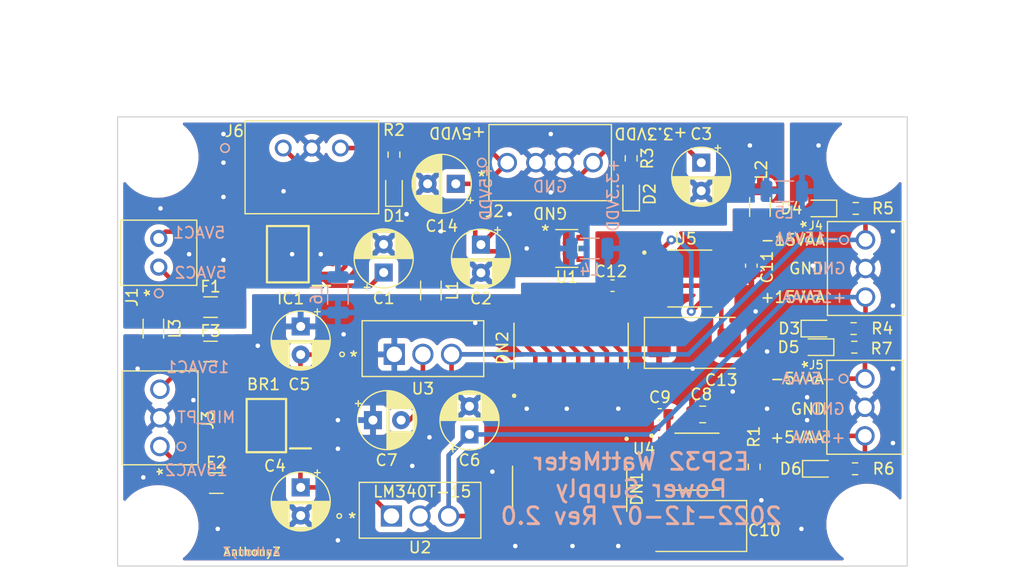
<source format=kicad_pcb>
(kicad_pcb (version 20211014) (generator pcbnew)
  (layers (0 "F.Cu" signal) (31 "B.Cu" signal) (34 "B.Paste" user) (35 "F.Paste" user) (36 "B.SilkS" user "B.Silkscreen") (37 "F.SilkS" user "F.Silkscreen") (38 "B.Mask" user) (39 "F.Mask" user) (44 "Edge.Cuts" user))
  (net 0 "")
  (net 1 "Net-(IC1-Pad3)")
  (net 2 "Net-(D3-Pad2)")
  (net 3 "GNDD")
  (net 4 "/+5VDD")
  (net 6 "/+3.3VDD")
  (net 7 "Net-(C1-Pad1)")
  (net 8 "Net-(BR1-Pad2)")
  (net 9 "Net-(BR1-Pad3)")
  (net 10 "Net-(BR1-Pad4)")
  (net 11 "GNDA")
  (net 12 "Net-(DN1-Pad16)")
  (net 13 "Net-(DN1-Pad15)")
  (net 14 "Net-(DN1-Pad14)")
  (net 15 "Net-(DN1-Pad13)")
  (net 16 "Net-(DN1-Pad12)")
  (net 17 "Net-(DN1-Pad11)")
  (net 18 "Net-(DN1-Pad10)")
  (net 19 "Net-(DN2-Pad16)")
  (net 20 "Net-(DN2-Pad15)")
  (net 21 "Net-(DN2-Pad14)")
  (net 22 "Net-(DN2-Pad13)")
  (net 23 "Net-(DN2-Pad12)")
  (net 24 "Net-(DN2-Pad11)")
  (net 25 "Net-(DN2-Pad10)")
  (net 26 "/+15VAA")
  (net 27 "/-15VAA")
  (net 28 "/+9VAA")
  (net 29 "/-9VAA")
  (net 30 "/+5VAA")
  (net 31 "/-5VAA")
  (net 32 "Net-(BR1-Pad1)")
  (net 33 "Net-(C9-Pad1)")
  (net 34 "Net-(C11-Pad2)")
  (net 35 "Net-(R1-Pad2)")
  (net 36 "Net-(D4-Pad1)")
  (net 37 "Net-(F1-Pad1)")
  (net 38 "Net-(F1-Pad2)")
  (net 39 "Net-(D1-Pad2)")
  (net 40 "Net-(D2-Pad2)")
  (net 41 "Net-(F2-Pad1)")
  (net 42 "Net-(F3-Pad1)")
  (net 43 "Net-(D5-Pad1)")
  (net 44 "Net-(D6-Pad2)")
  (footprint "MountingHole:MountingHole_3.2mm_M3" (layer "F.Cu") (at 61.722 64.516)
    (fp_text reference "H1" hide)
    (fp_text value "MountingHole")
  )
  (footprint "Capacitor_THT:CP_Radial_D5.0mm_P2.50mm" (layer "F.Cu") (at 74.422 93.853 -90)
    (fp_text reference "C4")
    (fp_text value "C_Polarized")
  )
  (footprint "LED_SMD:LED_0603_1608Metric" (layer "F.Cu") (at 120.459 92.202)
    (fp_text reference "D6")
    (fp_text value "LED")
  )
  (footprint "Resistor_SMD:R_0603_1608Metric" (layer "F.Cu") (at 103.759 64.643 -90)
    (fp_text reference "R3")
    (fp_text value "R_US")
  )
  (footprint "Inductor_SMD:L_1206_3216Metric" (layer "F.Cu") (at 61.341 79.756 -90)
    (fp_text reference "L3")
    (fp_text value "INDUCTOR")
  )
  (footprint "Inductor_SMD:L_1206_3216Metric" (layer "F.Cu") (at 85.979 76.378 -90)
    (fp_text reference "L1")
    (fp_text value "INDUCTOR")
  )
  (footprint "Resistor_SMD:R_0603_1608Metric" (layer "F.Cu") (at 82.7024 64.3128 -90)
    (fp_text reference "R2")
    (fp_text value "R_US")
  )
  (footprint "Resistor_SMD:R_0603_1608Metric" (layer "F.Cu") (at 123.698 69.088 180)
    (fp_text reference "R5")
    (fp_text value "R_US")
  )
  (footprint "282834-2_FP:282834-2" (layer "F.Cu") (at 61.8236 74.295 90)
    (fp_text reference "J1")
    (fp_text value "282834-2" hide)
  )
  (footprint "AP2112K-3-3TRG1_FP:AP2112K-3.3TRG1" (layer "F.Cu") (at 98.044 72.644)
    (fp_text reference "U1")
    (fp_text value "AP2112K-3.3TRG1" hide)
  )
  (footprint "Capacitor_THT:CP_Radial_D5.0mm_P2.50mm" (layer "F.Cu") (at 80.836888 87.884)
    (fp_text reference "C7")
    (fp_text value "C_Polarized")
  )
  (footprint "282834-3_FP:282834-3" (layer "F.Cu") (at 61.9252 90.2208 90)
    (fp_text reference "J3")
    (fp_text value "282834-3" hide)
  )
  (footprint "282834-3_FP:282834-3" (layer "F.Cu") (at 124.5616 71.882 -90)
    (fp_text reference "J4")
    (fp_text value "282834-3" hide)
  )
  (footprint "Resistor_SMD:R_0603_1608Metric" (layer "F.Cu") (at 123.507 79.756 180)
    (fp_text reference "R4")
    (fp_text value "R_US")
  )
  (footprint "MountingHole:MountingHole_3.2mm_M3" (layer "F.Cu") (at 124.714 64.516)
    (fp_text reference "H4" hide)
    (fp_text value "MountingHole")
  )
  (footprint "Capacitor_Tantalum_SMD:CP_EIA-7343-15_Kemet-W" (layer "F.Cu") (at 109.347 81.026)
    (fp_text reference "C13")
    (fp_text value "4.7uF")
  )
  (footprint "Fuse:Fuse_1206_3216Metric" (layer "F.Cu") (at 66.421 77.851)
    (fp_text reference "F1")
    (fp_text value "3A")
  )
  (footprint "Capacitor_THT:CP_Radial_D5.0mm_P2.50mm" (layer "F.Cu") (at 109.982 65.024 -90)
    (fp_text reference "C3")
    (fp_text value "C_Polarized")
  )
  (footprint "Resistor_SMD:R_0603_1608Metric" (layer "F.Cu") (at 114.681 92.0242 90)
    (fp_text reference "R1")
    (fp_text value "300k")
  )
  (footprint "Capacitor_Tantalum_SMD:CP_EIA-7343-15_Kemet-W" (layer "F.Cu") (at 109.601 97.282 180)
    (fp_text reference "C10")
    (fp_text value "4.7uF")
  )
  (footprint "LED_SMD:LED_0603_1608Metric" (layer "F.Cu") (at 120.523 69.088 180)
    (fp_text reference "D4")
    (fp_text value "LED")
  )
  (footprint "Capacitor_SMD:C_0805_2012Metric" (layer "F.Cu") (at 110.109 87.376 180)
    (fp_text reference "C8")
    (fp_text value "2.2uF")
  )
  (footprint "Capacitor_THT:CP_Radial_D5.0mm_P2.50mm" (layer "F.Cu") (at 88.1888 66.9036 180)
    (fp_text reference "C14")
    (fp_text value "C_Polarized")
  )
  (footprint "Capacitor_THT:CP_Radial_D5.0mm_P2.50mm" (layer "F.Cu") (at 74.422 79.566888 -90)
    (fp_text reference "C5")
    (fp_text value "C_Polarized")
  )
  (footprint "Fuse:Fuse_1206_3216Metric" (layer "F.Cu") (at 66.929 93.472)
    (fp_text reference "F2")
    (fp_text value "0.3A")
  )
  (footprint "LED_SMD:LED_0603_1608Metric" (layer "F.Cu") (at 82.7024 67.4116 90)
    (fp_text reference "D1")
    (fp_text value "LED")
  )
  (footprint "UCC384DP-5_FP:SOIC127P599X175-8N" (layer "F.Cu") (at 108.967 75.311)
    (fp_text reference "U5")
    (fp_text value "UCC384DP-5")
  )
  (footprint "Capacitor_SMD:C_0603_1608Metric" (layer "F.Cu") (at 106.299 87.376 180)
    (fp_text reference "C9")
    (fp_text value "0.01")
  )
  (footprint "LP2989IMX-5_FP:SOIC127P599X175-8N" (layer "F.Cu") (at 109.602 91.567)
    (fp_text reference "U4")
    (fp_text value "LP2989IMX-5.0/NOPB")
  )
  (footprint "MountingHole:MountingHole_3.2mm_M3" (layer "F.Cu") (at 124.714 97.155)
    (fp_text reference "H3" hide)
    (fp_text value "MountingHole")
  )
  (footprint "S16-4148E3_TR7u_FP:SOIC127P599X195-16N" (layer "F.Cu") (at 98.425 81.28 90)
    (fp_text reference "DN2")
    (fp_text value "S16-4148E3/TR7")
  )
  (footprint "Inductor_SMD:L_1206_3216Metric" (layer "F.Cu") (at 115.189 68.961 -90)
    (fp_text reference "L2")
    (fp_text value "INDUCTOR")
  )
  (footprint "Capacitor_THT:CP_Radial_D5.0mm_P2.50mm" (layer "F.Cu") (at 90.424 72.303 -90)
    (fp_text reference "C2")
    (fp_text value "C_Polarized")
  )
  (footprint "LED_SMD:LED_0603_1608Metric" (layer "F.Cu") (at 120.332 79.756)
    (fp_text reference "D3")
    (fp_text value "LED" hide)
  )
  (footprint "KMB28STR_FP:SOP250P700X290-4N" (layer "F.Cu") (at 71.374 88.367112 180)
    (fp_text reference "BR1")
    (fp_text value "KMB28STR" hide)
  )
  (footprint "LED_SMD:LED_0603_1608Metric" (layer "F.Cu") (at 120.269 81.407 180)
    (fp_text reference "D5")
    (fp_text value "LED")
  )
  (footprint "S16-4148E3_TR7u_FP:SOIC127P599X195-16N" (layer "F.Cu") (at 98.298 93.98 -90)
    (fp_text reference "DN1")
    (fp_text value "S16-4148E3/TR7" hide)
  )
  (footprint "Resistor_SMD:R_0603_1608Metric" (layer "F.Cu") (at 123.571 81.407 180)
    (fp_text reference "R7")
    (fp_text value "R_US")
  )
  (footprint "Capacitor_SMD:C_0603_1608Metric" (layer "F.Cu") (at 114.427 74.168 90)
    (fp_text reference "C11")
    (fp_text value "0.01")
  )
  (footprint "VR10S05:VR10S05" (layer "F.Cu") (at 72.8726 63.7297)
    (fp_text reference "J6")
    (fp_text value "VR10S05" hide)
  )
  (footprint "282834-3_FP:282834-3" (layer "F.Cu") (at 124.511 84.201 -90)
    (fp_text reference "J5")
    (fp_text value "282834-3" hide)
  )
  (footprint "LM320T-15-NOPB_FP:LM320T-15&slash_NOPB" (layer "F.Cu") (at 82.7326 82.042)
    (fp_text reference "U3")
    (fp_text value "LM320T-15/NOPB" hide)
  )
  (footprint "Capacitor_SMD:C_0603_1608Metric" (layer "F.Cu") (at 102.108 75.946 180)
    (fp_text reference "C12")
    (fp_text value "1.0")
  )
  (footprint "LM340T-15_FP:LM340T-15" (layer "F.Cu") (at 82.4786 96.393)
    (fp_text reference "U2")
    (fp_text value "LM340T-15")
  )
  (footprint "MountingHole:MountingHole_3.2mm_M3" (layer "F.Cu") (at 61.722 97.282)
    (fp_text reference "H2" hide)
    (fp_text value "MountingHole")
  )
  (footprint "Resistor_SMD:R_0603_1608Metric" (layer "F.Cu") (at 123.634 92.202 180)
    (fp_text reference "R6")
    (fp_text value "R_US")
  )
  (footprint "Capacitor_THT:CP_Radial_D5.0mm_P2.50mm" (layer "F.Cu") (at 89.408 89.154 90)
    (fp_text reference "C6")
    (fp_text value "C_Polarized")
  )
  (footprint "LED_SMD:LED_0603_1608Metric" (layer "F.Cu") (at 103.759 67.818 90)
    (fp_text reference "D2")
    (fp_text value "LED")
  )
  (footprint "Fuse:Fuse_1206_3216Metric" (layer "F.Cu") (at 66.421 81.788)
    (fp_text reference "F3")
    (fp_text value "0.3A")
  )
  (footprint "Capacitor_THT:CP_Radial_D5.0mm_P2.50mm" (layer "F.Cu") (at 81.788 74.778112 90)
    (fp_text reference "C1")
    (fp_text value "C_Polarized")
  )
  (footprint "282834-4_FP:282834-4" (layer "F.Cu") (at 92.7608 65.024)
    (fp_text reference "J2")
    (fp_text value "282834-4" hide)
  )
  (footprint "TS360ILS_R1_00001_FP:SOP400P650X145-4N" (layer "F.Cu") (at 73.279 73.152 180)
    (fp_text reference "IC1")
    (fp_text value "TS360ILS_R1_00001" hide)
  )
  (footprint "Inductor_SMD:L_1206_3216Metric" (layer "B.Cu") (at 77.724 76.759 -90)
    (fp_text reference "L6")
    (fp_text value "INDUCTOR")
  )
  (footprint "Inductor_SMD:L_1206_3216Metric" (layer "B.Cu") (at 117.348 67.564)
    (fp_text reference "L5")
    (fp_text value "INDUCTOR")
  )
  (footprint "Inductor_SMD:L_1206_3216Metric" (layer "B.Cu") (at 100.076 72.644)
    (fp_text reference "L4")
    (fp_text value "INDUCTOR")
  )
  (gr_rect (start 58.166 60.96) (end 128.27 100.838) (layer "Edge.Cuts") (width 0.1) (fill none))
  (gr_text "-5VAA" (at 119.507 84.201) (layer "B.SilkS") (effects (font (size 1 1)) (justify mirror)))
  (gr_text "GND" (at 121.2088 86.8934) (layer "B.SilkS") (effects (font (size 1 1)) (justify mirror)))
  (gr_text "+15VAA" (at 120.015 76.962) (layer "B.SilkS") (effects (font (size 1 1)) (justify mirror)))
  (gr_text "+5VAA" (at 120.396 89.408) (layer "B.SilkS") (effects (font (size 1 1)) (justify mirror)))
  (gr_text "5VAC1" (at 65.405 71.247) (layer "B.SilkS") (effects (font (size 1 1)) (justify mirror)))
  (gr_text "-15VAA" (at 119.38 71.755) (layer "B.SilkS") (effects (font (size 1 1)) (justify mirror)))
  (gr_text "15VAC2" (at 65.151 92.329) (layer "B.SilkS") (effects (font (size 1 1)) (justify mirror)))
  (gr_text "15VAC1" (at 65.278 83.185) (layer "B.SilkS") (effects (font (size 1 1)) (justify mirror)))
  (gr_text "GND" (at 121.285 74.422) (layer "B.SilkS") (effects (font (size 1 1)) (justify mirror)))
  (gr_text "+5VDD" (at 90.8812 67.6656 90) (layer "B.SilkS") (effects (font (size 1 1)) (justify mirror)))
  (gr_text "MID_PT" (at 66.04 87.63) (layer "B.SilkS") (effects (font (size 1 1)) (justify mirror)))
  (gr_text "ESP32 WattMeter\nPower Supply\n2022-12-07 Rev 2.0" (at 104.648 93.98) (layer "B.SilkS") (effects (font (size 1.5 1.5) (thickness 0.25)) (justify mirror)))
  (gr_text "+3.3VDD" (at 102.1588 67.9196 90) (layer "B.SilkS") (effects (font (size 1 1)) (justify mirror)))
  (gr_text "AnthonyZ" (at 70.0532 99.568) (layer "B.SilkS") (effects (font (size 0.75 0.75) (thickness 0.12)) (justify mirror)))
  (gr_text "GND" (at 96.5708 67.1576) (layer "B.SilkS") (effects (font (size 1 1)) (justify mirror)))
  (gr_text "5VAC2" (at 65.532 74.803) (layer "B.SilkS") (effects (font (size 1 1)) (justify mirror)))
  (gr_text "+15VAA" (at 118.11 76.962) (layer "F.SilkS") (effects (font (size 1 1))))
  (gr_text "-15VAA" (at 118.11 71.882) (layer "F.SilkS") (effects (font (size 1 1))))
  (gr_text "GND" (at 119.4562 86.8934) (layer "F.SilkS") (effects (font (size 1 1))))
  (gr_text "GND" (at 96.5708 69.4944 180) (layer "F.SilkS") (effects (font (size 1 1))))
  (gr_text "GND" (at 119.3038 74.422) (layer "F.SilkS") (effects (font (size 1 1))))
  (gr_text "AnthonyZ" (at 70.104 99.568) (layer "F.SilkS") (effects (font (size 0.75 0.75) (thickness 0.12))))
  (gr_text "+3.3VDD" (at 105.5116 62.4332 180) (layer "F.SilkS") (effects (font (size 1 1))))
  (gr_text "-5VAA" (at 118.491 84.201) (layer "F.SilkS") (effects (font (size 1 1))))
  (gr_text "+5VAA" (at 118.491 89.408) (layer "F.SilkS") (effects (font (size 1 1))))
  (gr_text "+5VDD" (at 88.3412 62.3824 180) (layer "F.SilkS") (effects (font (size 1 1))))
  (segment (start 62.4266 71.152) (end 61.8236 71.755) (width 0.4064) (layer "F.Cu") (net 1))
  (segment (start 70.304 71.152) (end 62.4266 71.152) (width 0.4064) (layer "F.Cu") (net 1))
  (segment (start 121.1195 79.756) (end 122.682 79.756) (width 0.4064) (layer "F.Cu") (net 2))
  (via (at 72.898 67.564) (size 0.8) (drill 0.4) (layers "F.Cu" "B.Cu") (net 3))
  (via (at 96.6216 67.6656) (size 0.8) (drill 0.4) (layers "F.Cu" "B.Cu") (net 3))
  (via (at 67.564 62.484) (size 0.8) (drill 0.4) (layers "F.Cu" "B.Cu") (net 3))
  (via (at 83.82 69.596) (size 0.8) (drill 0.4) (layers "F.Cu" "B.Cu") (net 3))
  (via (at 114.3 63.5) (size 0.8) (drill 0.4) (layers "F.Cu" "B.Cu") (net 3))
  (via (at 76.2 73.152) (size 0.8) (drill 0.4) (layers "F.Cu" "B.Cu") (net 3))
  (via (at 67.564 65.024) (size 0.8) (drill 0.4) (layers "F.Cu" "B.Cu") (net 3))
  (via (at 92.964 69.596) (size 0.8) (drill 0.4) (layers "F.Cu" "B.Cu") (net 3))
  (via (at 73.66 73.152) (size 0.8) (drill 0.4) (layers "F.Cu" "B.Cu") (net 3))
  (via (at 64.516 73.152) (size 0.8) (drill 0.4) (layers "F.Cu" "B.Cu") (net 3))
  (via (at 67.564 68.072) (size 0.8) (drill 0.4) (layers "F.Cu" "B.Cu") (net 3))
  (via (at 96.6216 62.484) (size 0.8) (drill 0.4) (layers "F.Cu" "B.Cu") (net 3))
  (via (at 86.868 71.12) (size 0.8) (drill 0.4) (layers "F.Cu" "B.Cu") (net 3))
  (via (at 67.564 73.66) (size 0.8) (drill 0.4) (layers "F.Cu" "B.Cu") (net 3))
  (via (at 61.976 69.088) (size 0.8) (drill 0.4) (layers "F.Cu" "B.Cu") (net 3))
  (via (at 94.488 72.644) (size 0.8) (drill 0.4) (layers "F.Cu" "B.Cu") (net 3))
  (segment (start 88.1888 66.9036) (end 90.8812 66.9036) (width 0.4064) (layer "F.Cu") (net 4))
  (segment (start 91.567 66.2178) (end 91.567 68.199) (width 0.4064) (layer "F.Cu") (net 4))
  (segment (start 96.69145 71.693999) (end 96.117451 71.12) (width 0.4064) (layer "F.Cu") (net 4))
  (segment (start 82.7024 63.4878) (end 82.7532 63.437) (width 0.4064) (layer "F.Cu") (net 4))
  (segment (start 90.8812 66.9036) (end 92.7608 65.024) (width 0.4064) (layer "F.Cu") (net 4))
  (segment (start 89.916 71.795) (end 90.424 72.303) (width 0.4064) (layer "F.Cu") (net 4))
  (segment (start 82.9685 63.7297) (end 82.7266 63.4878) (width 0.25) (layer "F.Cu") (net 4))
  (segment (start 96.117451 74.168) (end 93.472 74.168) (width 0.4064) (layer "F.Cu") (net 4))
  (segment (start 89.916 69.85) (end 89.916 71.795) (width 0.4064) (layer "F.Cu") (net 4))
  (segment (start 91.019 72.898) (end 90.424 72.303) (width 0.4064) (layer "F.Cu") (net 4))
  (segment (start 96.117451 71.12) (end 91.607 71.12) (width 0.4064) (layer "F.Cu") (net 4))
  (segment (start 93.472 74.168) (end 92.202 72.898) (width 0.4064) (layer "F.Cu") (net 4))
  (segment (start 91.567 68.199) (end 89.916 69.85) (width 0.4064) (layer "F.Cu") (net 4))
  (segment (start 96.69145 73.594001) (end 96.117451 74.168) (width 0.4064) (layer "F.Cu") (net 4))
  (segment (start 92.202 72.898) (end 91.019 72.898) (width 0.4064) (layer "F.Cu") (net 4))
  (segment (start 90.742 63.437) (end 92.329 65.024) (width 0.4064) (layer "F.Cu") (net 4))
  (segment (start 92.7608 65.024) (end 91.567 66.2178) (width 0.4064) (layer "F.Cu") (net 4))
  (segment (start 82.7532 63.437) (end 90.742 63.437) (width 0.4064) (layer "F.Cu") (net 4))
  (segment (start 91.607 71.12) (end 90.424 72.303) (width 0.4064) (layer "F.Cu") (net 4))
  (segment (start 77.9526 63.7297) (end 82.9685 63.7297) (width 0.4064) (layer "F.Cu") (net 4))
  (segment (start 82.7266 63.4878) (end 82.7024 63.4878) (width 0.25) (layer "F.Cu") (net 4))
  (segment (start 92.329 65.024) (end 92.7608 65.024) (width 0.4064) (layer "F.Cu") (net 4))
  (segment (start 101.5868 63.818) (end 103.759 63.818) (width 0.4064) (layer "F.Cu") (net 6))
  (segment (start 99.187 68.834) (end 99.187 66.2178) (width 0.4064) (layer "F.Cu") (net 6))
  (segment (start 99.39655 71.693999) (end 99.39655 69.04355) (width 0.4064) (layer "F.Cu") (net 6))
  (segment (start 103.759 63.818) (end 108.776 63.818) (width 0.4064) (layer "F.Cu") (net 6))
  (segment (start 108.776 63.818) (end 109.982 65.024) (width 0.4064) (layer "F.Cu") (net 6))
  (segment (start 99.187 66.2178) (end 100.3808 65.024) (width 0.4064) (layer "F.Cu") (net 6))
  (segment (start 100.3808 65.024) (end 101.5868 63.818) (width 0.4064) (layer "F.Cu") (net 6))
  (segment (start 99.39655 69.04355) (end 99.187 68.834) (width 0.4064) (layer "F.Cu") (net 6))
  (segment (start 78.3844 69.2415) (end 72.8726 63.7297) (width 0.4064) (layer "F.Cu") (net 7))
  (segment (start 76.254 75.152) (end 77.048 75.946) (width 0.4064) (layer "F.Cu") (net 7))
  (segment (start 78.3844 74.2188) (end 78.3844 69.2415) (width 0.4064) (layer "F.Cu") (net 7))
  (segment (start 77.048 75.946) (end 80.620112 75.946) (width 0.4064) (layer "F.Cu") (net 7))
  (segment (start 76.254 75.152) (end 77.4512 75.152) (width 0.4064) (layer "F.Cu") (net 7))
  (segment (start 77.4512 75.152) (end 78.3844 74.2188) (width 0.4064) (layer "F.Cu") (net 7))
  (segment (start 80.620112 75.946) (end 81.788 74.778112) (width 0.4064) (layer "F.Cu") (net 7))
  (segment (start 75.843888 82.066888) (end 74.422 82.066888) (width 0.4064) (layer "F.Cu") (net 8))
  (segment (start 84.455 84.328) (end 78.105 84.328) (width 0.4064) (layer "F.Cu") (net 8))
  (segment (start 78.105 84.328) (end 75.843888 82.066888) (width 0.4064) (layer "F.Cu") (net 8))
  (segment (start 85.2726 82.042) (end 85.2726 83.5104) (width 0.4064) (layer "F.Cu") (net 8))
  (segment (start 74.399 82.089888) (end 74.422 82.066888) (width 0.4064) (layer "F.Cu") (net 8))
  (segment (start 74.399 87.117112) (end 74.399 82.089888) (width 0.4064) (layer "F.Cu") (net 8))
  (segment (start 85.2726 83.5104) (end 84.455 84.328) (width 0.4064) (layer "F.Cu") (net 8))
  (segment (start 68.349 82.316) (end 67.821 81.788) (width 0.4064) (layer "F.Cu") (net 9))
  (segment (start 68.349 87.117112) (end 68.349 82.316) (width 0.4064) (layer "F.Cu") (net 9))
  (segment (start 68.349 93.452) (end 68.329 93.472) (width 0.4064) (layer "F.Cu") (net 10))
  (segment (start 68.349 89.617112) (end 68.349 93.452) (width 0.4064) (layer "F.Cu") (net 10))
  (via (at 127 71.12) (size 0.8) (drill 0.4) (layers "F.Cu" "B.Cu") (net 11))
  (via (at 84.328 91.948) (size 0.8) (drill 0.4) (layers "F.Cu" "B.Cu") (net 11))
  (via (at 89.916 79.248) (size 0.8) (drill 0.4) (layers "F.Cu" "B.Cu") (net 11))
  (via (at 120.396 63.5) (size 0.8) (drill 0.4) (layers "F.Cu" "B.Cu") (net 11))
  (via (at 60.452 92.964) (size 0.8) (drill 0.4) (layers "F.Cu" "B.Cu") (net 11))
  (via (at 127 77.724) (size 0.8) (drill 0.4) (layers "F.Cu" "B.Cu") (net 11))
  (via (at 119.38 87.884) (size 0.8) (drill 0.4) (layers "F.Cu" "B.Cu") (net 11))
  (via (at 64.897 86.106) (size 0.8) (drill 0.4) (layers "F.Cu" "B.Cu") (net 11))
  (via (at 115.824 81.788) (size 0.8) (drill 0.4) (layers "F.Cu" "B.Cu") (net 11))
  (via (at 94.488 86.868) (size 0.8) (drill 0.4) (layers "F.Cu" "B.Cu") (net 11))
  (via (at 77.724 87.884) (size 0.8) (drill 0.4) (layers "F.Cu" "B.Cu") (net 11))
  (via (at 98.044 86.868) (size 0.8) (drill 0.4) (layers "F.Cu" "B.Cu") (net 11))
  (via (at 114.808 78.232) (size 0.8) (drill 0.4) (layers "F.Cu" "B.Cu") (net 11))
  (via (at 112.776 85.344) (size 0.8) (drill 0.4) (layers "F.Cu" "B.Cu") (net 11))
  (via (at 85.852 89.408) (size 0.8) (drill 0.4) (layers "F.Cu" "B.Cu") (net 11))
  (via (at 91.44 92.456) (size 0.8) (drill 0.4) (layers "F.Cu" "B.Cu") (net 11))
  (via (at 78.232 80.264) (size 0.8) (drill 0.4) (layers "F.Cu" "B.Cu") (net 11))
  (via (at 77.724 90.424) (size 0.8) (drill 0.4) (layers "F.Cu" "B.Cu") (net 11))
  (via (at 127 89.916) (size 0.8) (drill 0.4) (layers "F.Cu" "B.Cu") (net 11))
  (via (at 59.944 83.312) (size 0.8) (drill 0.4) (layers "F.Cu" "B.Cu") (net 11))
  (via (at 115.824 86.868) (size 0.8) (drill 0.4) (layers "F.Cu" "B.Cu") (net 11))
  (via (at 127 83.312) (size 0.8) (drill 0.4) (layers "F.Cu" "B.Cu") (net 11))
  (via (at 93.472 99.06) (size 0.8) (drill 0.4) (layers "F.Cu" "B.Cu") (net 11))
  (via (at 119.38 85.852) (size 0.8) (drill 0.4) (layers "F.Cu" "B.Cu") (net 11))
  (via (at 98.552 99.06) (size 0.8) (drill 0.4) (layers "F.Cu" "B.Cu") (net 11))
  (via (at 119.888 74.168) (size 0.8) (drill 0.4) (layers "F.Cu" "B.Cu") (net 11))
  (via (at 109.22 83.312) (size 0.8) (drill 0.4) (layers "F.Cu" "B.Cu") (net 11))
  (via (at 102.616 99.06) (size 0.8) (drill 0.4) (layers "F.Cu" "B.Cu") (net 11))
  (via (at 70.612 81.28) (size 0.8) (drill 0.4) (layers "F.Cu" "B.Cu") (net 11))
  (via (at 118.872 97.536) (size 0.8) (drill 0.4) (layers "F.Cu" "B.Cu") (net 11))
  (via (at 77.724 98.552) (size 0.8) (drill 0.4) (layers "F.Cu" "B.Cu") (net 11))
  (via (at 67.056 97.536) (size 0.8) (drill 0.4) (layers "F.Cu" "B.Cu") (net 11))
  (via (at 102.616 86.868) (size 0.8) (drill 0.4) (layers "F.Cu" "B.Cu") (net 11))
  (via (at 115.316 94.996) (size 0.8) (drill 0.4) (layers "F.Cu" "B.Cu") (net 11))
  (segment (start 102.743 94.615) (end 102.743 96.45) (width 0.4064) (layer "F.Cu") (net 12))
  (segment (start 101.473 91.51) (end 101.473 93.345) (width 0.4064) (layer "F.Cu") (net 12))
  (segment (start 101.473 93.345) (end 102.743 94.615) (width 0.4064) (layer "F.Cu") (net 12))
  (segment (start 101.473 94.615) (end 101.473 96.45) (width 0.4064) (layer "F.Cu") (net 13))
  (segment (start 100.203 93.345) (end 101.473 94.615) (width 0.4064) (layer "F.Cu") (net 13))
  (segment (start 100.203 91.51) (end 100.203 93.345) (width 0.4064) (layer "F.Cu") (net 13))
  (segment (start 98.933 91.51) (end 98.933 93.472) (width 0.4064) (layer "F.Cu") (net 14))
  (segment (start 98.933 93.472) (end 100.203 94.742) (width 0.4064) (layer "F.Cu") (net 14))
  (segment (start 100.203 94.742) (end 100.203 96.45) (width 0.4064) (layer "F.Cu") (net 14))
  (segment (start 98.933 94.742) (end 98.933 96.45) (width 0.4064) (layer "F.Cu") (net 15))
  (segment (start 97.663 91.51) (end 97.663 93.472) (width 0.4064) (layer "F.Cu") (net 15))
  (segment (start 97.663 93.472) (end 98.933 94.742) (width 0.4064) (layer "F.Cu") (net 15))
  (segment (start 96.393 91.51) (end 96.393 93.599) (width 0.4064) (layer "F.Cu") (net 16))
  (segment (start 97.663 94.869) (end 97.663 96.45) (width 0.4064) (layer "F.Cu") (net 16))
  (segment (start 96.393 93.599) (end 97.663 94.869) (width 0.4064) (layer "F.Cu") (net 16))
  (segment (start 95.123 91.51) (end 95.123 93.50375) (width 0.4064) (layer "F.Cu") (net 17))
  (segment (start 96.393 94.77375) (end 96.393 96.45) (width 0.4064) (layer "F.Cu") (net 17))
  (segment (start 95.123 93.50375) (end 96.393 94.77375) (width 0.4064) (layer "F.Cu") (net 17))
  (segment (start 93.853 91.51) (end 93.853 93.5355) (width 0.4064) (layer "F.Cu") (net 18))
  (segment (start 95.123 94.8055) (end 95.123 96.45) (width 0.4064) (layer "F.Cu") (net 18))
  (segment (start 93.853 93.5355) (end 95.123 94.8055) (width 0.4064) (layer "F.Cu") (net 18))
  (segment (start 95.25 82.042) (end 93.98 80.772) (width 0.4064) (layer "F.Cu") (net 19))
  (segment (start 93.98 80.772) (end 93.98 78.81) (width 0.4064) (layer "F.Cu") (net 19))
  (segment (start 95.25 83.75) (end 95.25 82.042) (width 0.4064) (layer "F.Cu") (net 19))
  (segment (start 96.52 81.915) (end 95.25 80.645) (width 0.4064) (layer "F.Cu") (net 20))
  (segment (start 95.25 80.645) (end 95.25 78.81) (width 0.4064) (layer "F.Cu") (net 20))
  (segment (start 96.52 83.75) (end 96.52 81.915) (width 0.4064) (layer "F.Cu") (net 20))
  (segment (start 96.52 80.645) (end 96.52 78.81) (width 0.4064) (layer "F.Cu") (net 21))
  (segment (start 97.79 83.75) (end 97.79 81.915) (width 0.4064) (layer "F.Cu") (net 21))
  (segment (start 97.79 81.915) (end 96.52 80.645) (width 0.4064) (layer "F.Cu") (net 21))
  (segment (start 99.06 81.915) (end 97.79 80.645) (width 0.4064) (layer "F.Cu") (net 22))
  (segment (start 97.79 80.645) (end 97.79 78.81) (width 0.4064) (layer "F.Cu") (net 22))
  (segment (start 99.06 83.75) (end 99.06 81.915) (width 0.4064) (layer "F.Cu") (net 22))
  (segment (start 100.33 83.75) (end 100.33 81.915) (width 0.4064) (layer "F.Cu") (net 23))
  (segment (start 100.33 81.915) (end 99.06 80.645) (width 0.4064) (layer "F.Cu") (net 23))
  (segment (start 99.06 80.645) (end 99.06 78.81) (width 0.4064) (layer "F.Cu") (net 23))
  (segment (start 100.33 80.518) (end 100.33 78.81) (width 0.4064) (layer "F.Cu") (net 24))
  (segment (start 101.6 83.75) (end 101.6 81.788) (width 0.4064) (layer "F.Cu") (net 24))
  (segment (start 101.6 81.788) (end 100.33 80.518) (width 0.4064) (layer "F.Cu") (net 24))
  (segment (start 101.6 78.81) (end 101.6 80.518) (width 0.4064) (layer "F.Cu") (net 25))
  (segment (start 102.87 81.788) (end 102.87 83.75) (width 0.4064) (layer "F.Cu") (net 25))
  (segment (start 101.6 80.518) (end 102.87 81.788) (width 0.4064) (layer "F.Cu") (net 25))
  (segment (start 124.5616 76.962) (end 124.5616 79.5264) (width 0.4064) (layer "F.Cu") (net 26))
  (segment (start 87.5586 91.0034) (end 89.408 89.154) (width 0.4064) (layer "F.Cu") (net 26))
  (segment (start 124.5616 79.5264) (end 124.332 79.756) (width 0.4064) (layer "F.Cu") (net 26))
  (segment (start 87.5586 96.393) (end 87.5586 91.0034) (width 0.4064) (layer "F.Cu") (net 26))
  (segment (start 87.5586 96.393) (end 93.796 96.393) (width 0.4064) (layer "F.Cu") (net 26))
  (segment (start 93.796 96.393) (end 93.853 96.45) (width 0.4064) (layer "F.Cu") (net 26))
  (segment (start 87.5586 91.0034) (end 87.5586 96.393) (width 0.4064) (layer "B.Cu") (net 26))
  (segment (start 117.729 76.962) (end 105.537 89.154) (width 0.4064) (layer "B.Cu") (net 26))
  (segment (start 89.408 89.154) (end 87.5586 91.0034) (width 0.4064) (layer "B.Cu") (net 26))
  (segment (start 124.5616 76.962) (end 117.729 76.962) (width 0.4064) (layer "B.Cu") (net 26))
  (segment (start 105.537 89.154) (end 89.408 89.154) (width 0.4064) (layer "B.Cu") (net 26))
  (segment (start 93.275 83.75) (end 93.98 83.75) (width 0.4064) (layer "F.Cu") (net 27))
  (segment (start 91.567 82.042) (end 93.275 83.75) (width 0.4064) (layer "F.Cu") (net 27))
  (segment (start 124.5616 71.882) (end 124.5616 69.1266) (width 0.4064) (layer "F.Cu") (net 27))
  (segment (start 84.074 87.884) (end 83.336888 87.884) (width 0.4064) (layer "F.Cu") (net 27))
  (segment (start 87.8126 82.042) (end 91.567 82.042) (width 0.4064) (layer "F.Cu") (net 27))
  (segment (start 124.5616 69.1266) (end 124.523 69.088) (width 0.4064) (layer "F.Cu") (net 27))
  (segment (start 87.8126 82.042) (end 87.8126 84.1454) (width 0.4064) (layer "F.Cu") (net 27))
  (segment (start 87.8126 84.1454) (end 84.074 87.884) (width 0.4064) (layer "F.Cu") (net 27))
  (segment (start 118.999 71.882) (end 108.839 82.042) (width 0.4064) (layer "B.Cu") (net 27))
  (segment (start 108.839 82.042) (end 87.8126 82.042) (width 0.4064) (layer "B.Cu") (net 27))
  (segment (start 124.5616 71.882) (end 118.999 71.882) (width 0.4064) (layer "B.Cu") (net 27))
  (segment (start 108.839 93.472) (end 109.728 92.583) (width 0.4064) (layer "F.Cu") (net 28))
  (segment (start 112.072 88.389) (end 111.059 87.376) (width 0.4064) (layer "F.Cu") (net 28))
  (segment (start 109.728 92.583) (end 109.728 90.424) (width 0.4064) (layer "F.Cu") (net 28))
  (segment (start 109.728 90.424) (end 110.49 89.662) (width 0.4064) (layer "F.Cu") (net 28))
  (segment (start 104.705 93.472) (end 102.743 91.51) (width 0.4064) (layer "F.Cu") (net 28))
  (segment (start 107.132 93.472) (end 104.705 93.472) (width 0.4064) (layer "F.Cu") (net 28))
  (segment (start 112.072 89.662) (end 112.072 88.389) (width 0.4064) (layer "F.Cu") (net 28))
  (segment (start 110.49 89.662) (end 112.072 89.662) (width 0.4064) (layer "F.Cu") (net 28))
  (segment (start 107.132 93.472) (end 108.839 93.472) (width 0.4064) (layer "F.Cu") (net 28))
  (segment (start 102.87 75.959) (end 102.87 78.81) (width 0.4064) (layer "F.Cu") (net 29))
  (segment (start 113.157 75.057) (end 113.157 75.565) (width 0.4064) (layer "F.Cu") (net 29))
  (segment (start 104.14 74.676) (end 106.497 74.676) (width 0.4064) (layer "F.Cu") (net 29))
  (segment (start 111.437 74.676) (end 112.776 74.676) (width 0.4064) (layer "F.Cu") (net 29))
  (segment (start 102.883 75.946) (end 102.883 75.933) (width 0.4064) (layer "F.Cu") (net 29))
  (segment (start 112.776 75.946) (end 111.437 75.946) (width 0.4064) (layer "F.Cu") (net 29))
  (segment (start 113.157 75.565) (end 112.776 75.946) (width 0.4064) (layer "F.Cu") (net 29))
  (segment (start 102.883 75.933) (end 104.14 74.676) (width 0.4064) (layer "F.Cu") (net 29))
  (segment (start 102.883 75.946) (end 106.497 75.946) (width 0.4064) (layer "F.Cu") (net 29))
  (segment (start 112.776 74.676) (end 113.157 75.057) (width 0.4064) (layer "F.Cu") (net 29))
  (segment (start 111.437 75.946) (end 106.497 75.946) (width 0.4064) (layer "F.Cu") (net 29))
  (segment (start 116.3198 92.8492) (end 119.888 89.281) (width 0.4064) (layer "F.Cu") (net 30))
  (segment (start 114.681 92.8492) (end 116.3198 92.8492) (width 0.4064) (layer "F.Cu") (net 30))
  (segment (start 114.4148 92.8492) (end 114.681 92.8492) (width 0.4064) (layer "F.Cu") (net 30))
  (segment (start 112.072 92.202) (end 113.792 92.202) (width 0.4064) (layer "F.Cu") (net 30))
  (segment (start 119.888 89.281) (end 124.511 89.281) (width 0.4064) (layer "F.Cu") (net 30))
  (segment (start 112.072 93.472) (end 112.072 96.6405) (width 0.4064) (layer "F.Cu") (net 30))
  (segment (start 112.072 93.472) (end 113.792 93.472) (width 0.4064) (layer "F.Cu") (net 30))
  (segment (start 124.511 92.15) (end 124.459 92.202) (width 0.4064) (layer "F.Cu") (net 30))
  (segment (start 124.511 89.281) (end 124.511 92.15) (width 0.4064) (layer "F.Cu") (net 30))
  (segment (start 113.792 92.202) (end 114.4392 92.8492) (width 0.4064) (layer "F.Cu") (net 30))
  (segment (start 112.072 96.6405) (end 112.7135 97.282) (width 0.4064) (layer "F.Cu") (net 30))
  (segment (start 113.792 93.472) (end 114.4148 92.8492) (width 0.4064) (layer "F.Cu") (net 30))
  (segment (start 114.4392 92.8492) (end 114.681 92.8492) (width 0.4064) (layer "F.Cu") (net 30))
  (segment (start 111.437 77.216) (end 110.109 77.216) (width 0.4064) (layer "F.Cu") (net 31))
  (segment (start 112.4595 81.026) (end 115.6345 84.201) (width 0.4064) (layer "F.Cu") (net 31))
  (segment (start 124.511 81.522) (end 124.396 81.407) (width 0.4064) (layer "F.Cu") (net 31))
  (segment (start 115.6345 84.201) (end 124.511 84.201) (width 0.4064) (layer "F.Cu") (net 31))
  (segment (start 124.511 84.201) (end 124.511 81.522) (width 0.4064) (layer "F.Cu") (net 31))
  (segment (start 106.497 72.7) (end 107.315 71.882) (width 0.4064) (layer "F.Cu") (net 31))
  (segment (start 110.109 77.216) (end 109.093 78.232) (width 0.4064) (layer "F.Cu") (net 31))
  (segment (start 111.76 80.3265) (end 112.4595 81.026) (width 0.4064) (layer "F.Cu") (net 31))
  (segment (start 111.437 77.216) (end 111.76 77.539) (width 0.4064) (layer "F.Cu") (net 31))
  (segment (start 106.497 73.406) (end 106.497 72.7) (width 0.4064) (layer "F.Cu") (net 31))
  (segment (start 111.76 77.539) (end 111.76 80.3265) (width 0.4064) (layer "F.Cu") (net 31))
  (via (at 107.315 71.882) (size 0.8) (drill 0.4) (layers "F.Cu" "B.Cu") (net 31))
  (via (at 109.093 78.232) (size 0.8) (drill 0.4) (layers "F.Cu" "B.Cu") (net 31))
  (segment (start 107.315 71.882) (end 107.95 71.882) (width 0.4064) (layer "B.Cu") (net 31))
  (segment (start 109.093 73.025) (end 109.093 78.232) (width 0.4064) (layer "B.Cu") (net 31))
  (segment (start 107.95 71.882) (end 109.093 73.025) (width 0.4064) (layer "B.Cu") (net 31))
  (segment (start 74.399 93.83) (end 74.422 93.853) (width 0.4064) (layer "F.Cu") (net 32))
  (segment (start 74.422 93.853) (end 79.9386 93.853) (width 0.4064) (layer "F.Cu") (net 32))
  (segment (start 79.9386 93.853) (end 82.4786 96.393) (width 0.4064) (layer "F.Cu") (net 32))
  (segment (start 74.399 89.617112) (end 74.399 93.83) (width 0.4064) (layer "F.Cu") (net 32))
  (segment (start 107.074 87.376) (end 107.074 89.604) (width 0.4064) (layer "F.Cu") (net 33))
  (segment (start 107.074 89.604) (end 107.132 89.662) (width 0.4064) (layer "F.Cu") (net 33))
  (segment (start 111.437 73.406) (end 114.414 73.406) (width 0.4064) (layer "F.Cu") (net 34))
  (segment (start 114.414 73.406) (end 114.427 73.393) (width 0.4064) (layer "F.Cu") (net 34))
  (segment (start 112.072 90.932) (end 114.4138 90.932) (width 0.4064) (layer "F.Cu") (net 35))
  (segment (start 114.4138 90.932) (end 114.681 91.1992) (width 0.4064) (layer "F.Cu") (net 35))
  (segment (start 121.3105 69.088) (end 122.873 69.088) (width 0.4064) (layer "F.Cu") (net 36))
  (segment (start 65.021 77.4924) (end 65.021 77.851) (width 0.4064) (layer "F.Cu") (net 37))
  (segment (start 61.8236 74.295) (end 65.021 77.4924) (width 0.4064) (layer "F.Cu") (net 37))
  (segment (start 67.821 77.635) (end 70.304 75.152) (width 0.4064) (layer "F.Cu") (net 38))
  (segment (start 67.821 77.851) (end 67.821 77.635) (width 0.4064) (layer "F.Cu") (net 38))
  (segment (start 82.7024 65.1378) (end 82.7024 66.6241) (width 0.4064) (layer "F.Cu") (net 39))
  (segment (start 103.759 65.468) (end 103.759 67.0305) (width 0.4064) (layer "F.Cu") (net 40))
  (segment (start 65.529 93.472) (end 65.1764 93.472) (width 0.4064) (layer "F.Cu") (net 41))
  (segment (start 65.1764 93.472) (end 61.9252 90.2208) (width 0.4064) (layer "F.Cu") (net 41))
  (segment (start 65.021 81.788) (end 65.021 82.045) (width 0.4064) (layer "F.Cu") (net 42))
  (segment (start 65.021 82.045) (end 61.9252 85.1408) (width 0.4064) (layer "F.Cu") (net 42))
  (segment (start 121.0565 81.407) (end 122.746 81.407) (width 0.4064) (layer "F.Cu") (net 43))
  (segment (start 122.809 92.202) (end 121.2465 92.202) (width 0.4064) (layer "F.Cu") (net 44))
  (zone (net 11) (net_name "GNDA") (layer "F.Cu") (name "AGND_TOP") (connect_pads (clearance 0.508)) (min_thickness 0.254) (fill yes (thermal_gap 0.508) (thermal_bridge_width 0.508))
    (polygon (pts (xy 129.032 102.108) (xy 56.896 102.108) (xy 56.896 80.264) (xy 70.104 80.264) (xy 70.104 76.708) (xy 93.98 76.708) (xy 93.98 75.692) (xy 100.584 75.692) (xy 100.584 71.12) (xy 112.776 71.12) (xy 112.776 69.088) (xy 117.856 69.088) (xy 117.856 59.436) (xy 129.032 59.436)))
  )
  (zone (net 3) (net_name "GNDD") (layer "F.Cu") (name "DGND_TOP") (connect_pads (clearance 0.508)) (min_thickness 0.254) (fill yes (thermal_gap 0.508) (thermal_bridge_width 0.508))
    (polygon (pts (xy 117.348 68.58) (xy 112.268 68.58) (xy 112.268 70.612) (xy 100.076 70.612) (xy 100.076 75.184) (xy 93.472 75.184) (xy 93.472 76.2) (xy 69.596 76.2) (xy 69.596 79.756) (xy 56.896 79.756) (xy 56.896 59.436) (xy 117.348 59.436)))
  )
  (zone (net 11) (net_name "GNDA") (layer "B.Cu") (name "AGND_BOTTOM") (connect_pads (clearance 0.508)) (min_thickness 0.254) (fill yes (thermal_gap 0.508) (thermal_bridge_width 0.508))
    (polygon (pts (xy 129.032 102.108) (xy 56.896 102.108) (xy 56.896 80.264) (xy 70.104 80.264) (xy 70.104 76.708) (xy 93.98 76.708) (xy 93.98 75.692) (xy 100.584 75.692) (xy 100.584 71.12) (xy 112.776 71.12) (xy 112.776 69.088) (xy 117.856 69.088) (xy 117.856 59.436) (xy 129.032 59.436)))
  )
  (zone (net 3) (net_name "GNDD") (layer "B.Cu") (name "DGND_BOTTOM") (connect_pads (clearance 0.508)) (min_thickness 0.254) (fill yes (thermal_gap 0.508) (thermal_bridge_width 0.508))
    (polygon (pts (xy 117.348 68.58) (xy 112.268 68.58) (xy 112.268 70.612) (xy 100.076 70.612) (xy 100.076 75.184) (xy 93.472 75.184) (xy 93.472 76.2) (xy 69.596 76.2) (xy 69.596 79.756) (xy 56.896 79.756) (xy 56.896 59.436) (xy 117.348 59.436)))
  )
)
</source>
